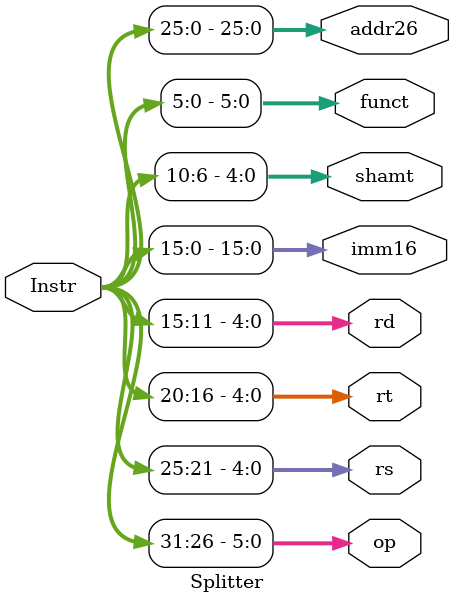
<source format=v>
`timescale 1ns / 1ps
module Splitter(
    input [31:0] Instr,
	 output [5:0] op,
    output [4:0] rs,
    output [4:0] rt,
    output [4:0] rd,
    output [15:0] imm16,
    output [4:0] shamt,
    output [5:0] funct,
    output [25:0] addr26
    );
	assign op = Instr[31:26];
	assign rs = Instr[25:21];
	assign rt = Instr[20:16];
	assign rd = Instr[15:11];
	assign shamt = Instr[10:6];
	assign funct = Instr[5:0];
	assign imm16 = Instr[15:0];
	assign addr26 = Instr[25:0];

endmodule

</source>
